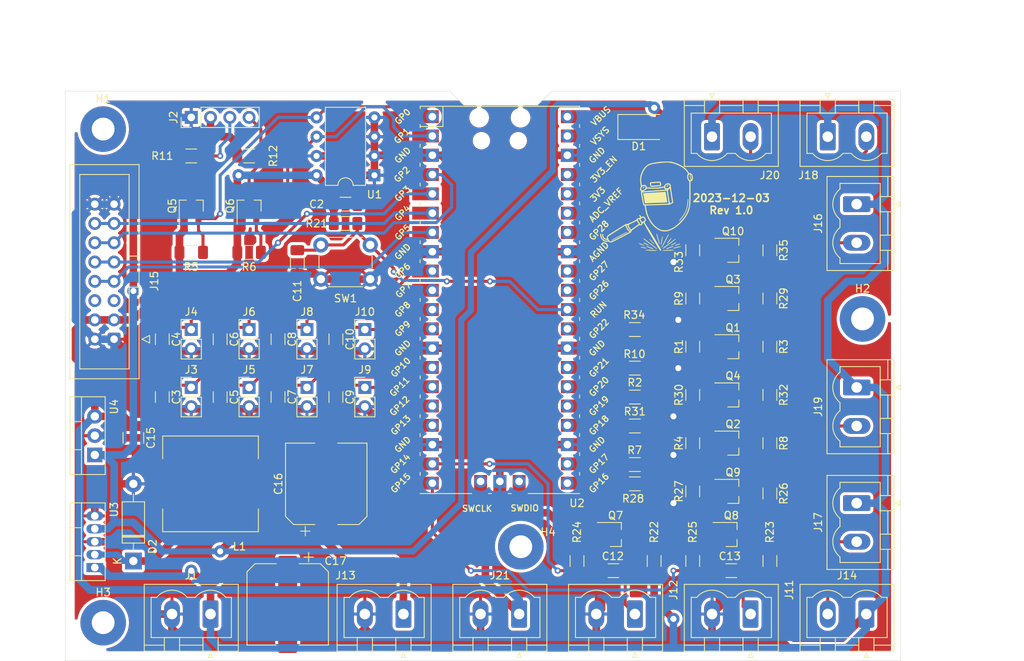
<source format=kicad_pcb>
(kicad_pcb (version 20221018) (generator pcbnew)
  (layers (0 "F.Cu" signal) (31 "B.Cu" signal) (34 "B.Paste" user) (35 "F.Paste" user) (36 "B.SilkS" user "B.Silkscreen") (37 "F.SilkS" user "F.Silkscreen") (38 "B.Mask" user) (39 "F.Mask" user) (44 "Edge.Cuts" user))
  (net 0 "")
  (net 1 "+12V")
  (net 2 "GND")
  (net 3 "+3V3")
  (net 4 "/SW4")
  (net 5 "/SW0")
  (net 6 "/SW5")
  (net 7 "/SW1")
  (net 8 "/SW6")
  (net 9 "/SW2")
  (net 10 "/SW7")
  (net 11 "/SW3")
  (net 12 "/~{RESET}")
  (net 13 "Net-(J11-Pin_1)")
  (net 14 "Net-(J12-Pin_1)")
  (net 15 "+5V")
  (net 16 "Net-(D1-K)")
  (net 17 "/I2C_LCD_SDA")
  (net 18 "/I2C_LCD_SCL")
  (net 21 "/SPI_PICO_~{CS}")
  (net 22 "/SPI_PICO_TX")
  (net 23 "/SPI_PICO_CLK")
  (net 24 "/SPI_PICO_RX")
  (net 25 "Net-(J16-Pin_2)")
  (net 26 "Net-(J17-Pin_2)")
  (net 27 "Net-(J19-Pin_2)")
  (net 28 "Net-(J20-Pin_2)")
  (net 29 "Net-(Q4-G)")
  (net 30 "Net-(Q4-D)")
  (net 31 "/I2C_PICO_SDA")
  (net 32 "/I2C_PICO_SCL")
  (net 33 "/LIMIT0")
  (net 34 "/LIMIT1")
  (net 35 "Net-(Q9-G)")
  (net 36 "Net-(Q9-D)")
  (net 37 "Net-(Q10-G)")
  (net 38 "Net-(Q10-D)")
  (net 39 "/Y_PUL")
  (net 40 "/X_DIR")
  (net 41 "/Y_DIR")
  (net 42 "/X_PUL")
  (net 43 "/X_ENA")
  (net 44 "/Y_ENA")
  (net 55 "Net-(D2-K)")
  (net 56 "Net-(Q3-G)")
  (net 57 "Net-(Q3-D)")
  (net 58 "Net-(Q2-G)")
  (net 59 "Net-(Q2-D)")
  (net 60 "Net-(Q1-G)")
  (net 61 "Net-(Q1-D)")
  (net 62 "Net-(J18-Pin_2)")
  (net 63 "Net-(J14-Pin_2)")
  (footprint "Connector_Phoenix_MSTB:PhoenixContact_MSTBVA_2,5_2-G-5,08_1x02_P5.08mm_Vertical" (layer "F.Cu") (at 144.78 126.365 180)
    (fp_text reference "J21")
    (fp_text value "Conn_01x02_Male")
  )
  (footprint "Capacitor_SMD:C_1206_3216Metric_Pad1.33x1.80mm_HandSolder" (layer "F.Cu") (at 113.03 90.17 -90)
    (fp_text reference "C8")
    (fp_text value "100n")
  )
  (footprint "Resistor_SMD:R_1206_3216Metric_Pad1.30x1.75mm_HandSolder" (layer "F.Cu") (at 167.64 110.21 90)
    (fp_text reference "R27")
    (fp_text value "10k")
  )
  (footprint "Resistor_SMD:R_1206_3216Metric_Pad1.30x1.75mm_HandSolder" (layer "F.Cu") (at 167.64 91.16 90)
    (fp_text reference "R1")
    (fp_text value "10k")
  )
  (footprint "Button_Switch_THT:SW_PUSH_6mm_H5mm" (layer "F.Cu") (at 118.67 77.76)
    (fp_text reference "SW1")
    (fp_text value "SW_Push")
  )
  (footprint "Capacitor_SMD:C_1206_3216Metric_Pad1.33x1.80mm_HandSolder" (layer "F.Cu") (at 97.79 97.79 -90)
    (fp_text reference "C3")
    (fp_text value "100n")
  )
  (footprint "Capacitor_SMD:CP_Elec_10x10.5" (layer "F.Cu") (at 114.3 125.095 -90)
    (fp_text reference "C17")
    (fp_text value "470u 25V")
  )
  (footprint "Resistor_SMD:R_1206_3216Metric_Pad1.30x1.75mm_HandSolder" (layer "F.Cu") (at 152.4 119.38 -90)
    (fp_text reference "R24")
    (fp_text value "3.3k")
  )
  (footprint "MountingHole:MountingHole_3mm_Pad" (layer "F.Cu") (at 145 117.5)
    (fp_text reference "H4")
    (fp_text value "MountingHole")
  )
  (footprint "Resistor_SMD:R_1206_3216Metric_Pad1.30x1.75mm_HandSolder" (layer "F.Cu") (at 167.64 84.81 90)
    (fp_text reference "R9")
    (fp_text value "10k")
  )
  (footprint "Package_TO_SOT_SMD:SOT-23_Handsoldering" (layer "F.Cu") (at 172.72 115.89)
    (fp_text reference "Q8")
    (fp_text value "BSS138")
  )
  (footprint "Connector_Phoenix_MSTB:PhoenixContact_MSTBVA_2,5_2-G-5,08_1x02_P5.08mm_Vertical" (layer "F.Cu") (at 170.18 63.5)
    (fp_text reference "J20")
    (fp_text value "Conn_01x02_Male")
  )
  (footprint "Package_TO_SOT_SMD:SOT-23_Handsoldering" (layer "F.Cu") (at 172.95 84.81)
    (fp_text reference "Q3")
    (fp_text value "BSS138")
  )
  (footprint "Connector_Phoenix_MSTB:PhoenixContact_MSTBVA_2,5_2-G-5,08_1x02_P5.08mm_Vertical" (layer "F.Cu") (at 129.54 126.365 180)
    (fp_text reference "J13")
    (fp_text value "Conn_01x02_Male")
  )
  (footprint "Resistor_SMD:R_1206_3216Metric_Pad1.30x1.75mm_HandSolder" (layer "F.Cu") (at 109.22 66.04)
    (fp_text reference "R12")
    (fp_text value "4.7k")
  )
  (footprint "Capacitor_SMD:C_1206_3216Metric_Pad1.33x1.80mm_HandSolder" (layer "F.Cu") (at 172.72 120.65 180)
    (fp_text reference "C13")
    (fp_text value "100n")
  )
  (footprint "Connector_PinHeader_2.54mm:PinHeader_1x02_P2.54mm_Vertical" (layer "F.Cu") (at 101.6 88.9)
    (fp_text reference "J4")
    (fp_text value "Conn_01x02_Male")
  )
  (footprint "Package_TO_SOT_SMD:SOT-23_Handsoldering" (layer "F.Cu") (at 101.6 72.62 90)
    (fp_text reference "Q5")
    (fp_text value "BSS138")
  )
  (footprint "Capacitor_SMD:C_1206_3216Metric_Pad1.33x1.80mm_HandSolder" (layer "F.Cu") (at 97.79 90.17 -90)
    (fp_text reference "C4")
    (fp_text value "100n")
  )
  (footprint "Connector_Phoenix_MSTB:PhoenixContact_MSTBVA_2,5_2-G-5,08_1x02_P5.08mm_Vertical" (layer "F.Cu") (at 189.23 72.39 -90)
    (fp_text reference "J16")
    (fp_text value "Conn_01x02_Male")
  )
  (footprint "Package_TO_SOT_SMD:SOT-23_Handsoldering" (layer "F.Cu") (at 172.95 91.16)
    (fp_text reference "Q1")
    (fp_text value "BSS138")
  )
  (footprint "Package_TO_SOT_SMD:SOT-23_Handsoldering" (layer "F.Cu") (at 172.95 110.21)
    (fp_text reference "Q9")
    (fp_text value "BSS138")
  )
  (footprint "Capacitor_SMD:C_1206_3216Metric_Pad1.33x1.80mm_HandSolder" (layer "F.Cu") (at 120.65 97.79 -90)
    (fp_text reference "C9")
    (fp_text value "100n")
  )
  (footprint "Connector_IDC:IDC-Header_2x08_P2.54mm_Vertical" (layer "F.Cu") (at 91.44 90.17 180)
    (fp_text reference "J15")
    (fp_text value "Conn_02x08_Odd_Even")
  )
  (footprint "Capacitor_SMD:C_1206_3216Metric_Pad1.33x1.80mm_HandSolder" (layer "F.Cu") (at 113.03 97.79 -90)
    (fp_text reference "C7")
    (fp_text value "100n")
  )
  (footprint "Resistor_SMD:R_1206_3216Metric_Pad1.30x1.75mm_HandSolder" (layer "F.Cu") (at 177.8 91.16 -90)
    (fp_text reference "R3")
    (fp_text value "1k")
  )
  (footprint "Capacitor_SMD:C_1206_3216Metric_Pad1.33x1.80mm_HandSolder" (layer "F.Cu") (at 121.92 72.39)
    (fp_text reference "C2")
    (fp_text value "100n")
  )
  (footprint "Resistor_SMD:R_1206_3216Metric_Pad1.30x1.75mm_HandSolder" (layer "F.Cu") (at 167.64 103.86 90)
    (fp_text reference "R4")
    (fp_text value "10k")
  )
  (footprint "Connector_Phoenix_MSTB:PhoenixContact_MSTBVA_2,5_2-G-5,08_1x02_P5.08mm_Vertical" (layer "F.Cu") (at 175.26 126.365 180)
    (fp_text reference "J11")
    (fp_text value "Conn_01x02_Male")
  )
  (footprint "Package_TO_SOT_SMD:SOT-23_Handsoldering" (layer "F.Cu") (at 172.95 103.86)
    (fp_text reference "Q2")
    (fp_text value "BSS138")
  )
  (footprint "Resistor_SMD:R_1206_3216Metric_Pad1.30x1.75mm_HandSolder" (layer "F.Cu") (at 177.8 103.86 -90)
    (fp_text reference "R8")
    (fp_text value "1k")
  )
  (footprint "Resistor_SMD:R_1206_3216Metric_Pad1.30x1.75mm_HandSolder" (layer "F.Cu") (at 177.8 97.51 -90)
    (fp_text reference "R32")
    (fp_text value "1k")
  )
  (footprint "Package_TO_SOT_SMD:SOT-23_Handsoldering" (layer "F.Cu") (at 172.95 97.51)
    (fp_text reference "Q4")
    (fp_text value "BSS138")
  )
  (footprint "Connector_Phoenix_MSTB:PhoenixContact_MSTBVA_2,5_2-G-5,08_1x02_P5.08mm_Vertical" (layer "F.Cu") (at 190.5 126.365 180)
    (fp_text reference "J14")
    (fp_text value "Conn_01x02_Male")
  )
  (footprint "Resistor_SMD:R_1206_3216Metric_Pad1.30x1.75mm_HandSolder" (layer "F.Cu") (at 160.02 109.22 180)
    (fp_text reference "R28")
    (fp_text value "1k")
  )
  (footprint "MountingHole:MountingHole_3mm_Pad" (layer "F.Cu") (at 90 127.5)
    (fp_text reference "H3")
    (fp_text value "MountingHole")
  )
  (footprint "Capacitor_SMD:C_1206_3216Metric_Pad1.33x1.80mm_HandSolder" (layer "F.Cu") (at 105.41 90.17 -90)
    (fp_text reference "C6")
    (fp_text value "100n")
  )
  (footprint "Diode_THT:D_DO-41_SOD81_P10.16mm_Horizontal" (layer "F.Cu") (at 93.98 119.38 90)
    (fp_text reference "D2")
    (fp_text value "1N5819")
  )
  (footprint "MountingHole:MountingHole_3mm_Pad" (layer "F.Cu") (at 90 62.5)
    (fp_text reference "H1")
    (fp_text value "MountingHole")
  )
  (footprint "Connector_Phoenix_MSTB:PhoenixContact_MSTBVA_2,5_2-G-5,08_1x02_P5.08mm_Vertical" (layer "F.Cu") (at 185.42 63.5)
    (fp_text reference "J18")
    (fp_text value "Conn_01x02_Male")
  )
  (footprint "Connector_PinHeader_2.54mm:PinHeader_1x02_P2.54mm_Vertical" (layer "F.Cu") (at 109.22 96.52)
    (fp_text reference "J5")
    (fp_text value "Conn_01x02_Male")
  )
  (footprint "Resistor_SMD:R_1206_3216Metric_Pad1.30x1.75mm_HandSolder" (layer "F.Cu") (at 167.64 119.38 -90)
    (fp_text reference "R25")
    (fp_text value "3.3k")
  )
  (footprint "Resistor_SMD:R_1206_3216Metric_Pad1.30x1.75mm_HandSolder" (layer "F.Cu") (at 177.8 110.49 -90)
    (fp_text reference "R26")
    (fp_text value "1k")
  )
  (footprint "Resistor_SMD:R_1206_3216Metric_Pad1.30x1.75mm_HandSolder" (layer "F.Cu") (at 160.02 88.9 180)
    (fp_text reference "R34")
    (fp_text value "1k")
  )
  (footprint "MCU_RaspberryPi_and_Boards:RPi_Pico_SMD_TH" (layer "F.Cu") (at 142.24 85)
    (fp_text reference "U2")
    (fp_text value "Pico")
  )
  (footprint "Resistor_SMD:R_1206_3216Metric_Pad1.30x1.75mm_HandSolder" (layer "F.Cu") (at 160.02 101.6 180)
    (fp_text reference "R31")
    (fp_text value "1k")
  )
  (footprint "Connector_PinHeader_2.54mm:PinHeader_1x02_P2.54mm_Vertical" (layer "F.Cu") (at 124.46 96.52)
    (fp_text reference "J9")
    (fp_text value "Conn_01x02_Male")
  )
  (footprint "Package_TO_SOT_SMD:SOT-23_Handsoldering" (layer "F.Cu") (at 157.48 115.89)
    (fp_text reference "Q7")
    (fp_text value "BSS138")
  )
  (footprint "Capacitor_SMD:C_1206_3216Metric_Pad1.33x1.80mm_HandSolder" (layer "F.Cu") (at 115.57 80.01 -90)
    (fp_text reference "C11")
    (fp_text value "100n")
  )
  (footprint "Capacitor_SMD:C_1206_3216Metric_Pad1.33x1.80mm_HandSolder" (layer "F.Cu") (at 157.1875 120.65 180)
    (fp_text reference "C12")
    (fp_text value "100n")
  )
  (footprint "Capacitor_SMD:C_1210_3225Metric_Pad1.33x2.70mm_HandSolder" (layer "F.Cu") (at 93.98 103.1625 -90)
    (fp_text reference "C15")
    (fp_text value "10u 16V")
  )
  (footprint "Capacitor_SMD:C_1206_3216Metric_Pad1.33x1.80mm_HandSolder" (layer "F.Cu") (at 120.65 90.17 -90)
    (fp_text reference "C10")
    (fp_text value "100n")
  )
  (footprint "Resistor_SMD:R_1206_3216Metric_Pad1.30x1.75mm_HandSolder" (layer "F.Cu") (at 101.6 78.74)
    (fp_text reference "R5")
    (fp_text value "3.3k")
  )
  (footprint "Connector_PinHeader_2.54mm:PinHeader_1x02_P2.54mm_Vertical" (layer "F.Cu") (at 116.84 88.9)
    (fp_text reference "J8")
    (fp_text value "Conn_01x02_Male")
  )
  (footprint "Resistor_SMD:R_1206_3216Metric_Pad1.30x1.75mm_HandSolder" (layer "F.Cu") (at 167.64 78.46 90)
    (fp_text reference "R33")
    (fp_text value "10k")
  )
  (footprint "Resistor_SMD:R_1206_3216Metric_Pad1.30x1.75mm_HandSolder" (layer "F.Cu") (at 121.92 74.93)
    (fp_text reference "R21")
    (fp_text value "10k")
  )
  (footprint "Resistor_SMD:R_1206_3216Metric_Pad1.30x1.75mm_HandSolder" (layer "F.Cu") (at 160.02 106.68 180)
    (fp_text reference "R7")
    (fp_text value "1k")
  )
  (footprint "Connector_Phoenix_MSTB:PhoenixContact_MSTBVA_2,5_2-G-5,08_1x02_P5.08mm_Vertical" (layer "F.Cu") (at 160.02 126.365 180)
    (fp_text reference "J12")
    (fp_text value "Conn_01x02_Male")
  )
  (footprint "Resistor_SMD:R_1206_3216Metric_Pad1.30x1.75mm_HandSolder" (layer "F.Cu") (at 160.02 97.79 180)
    (fp_text reference "R2")
    (fp_text value "1k")
  )
  (footprint "Connector_PinHeader_2.54mm:PinHeader_1x02_P2.54mm_Vertical" (layer "F.Cu") (at 124.46 88.9)
    (fp_text reference "J10")
    (fp_text value "Conn_01x02_Male")
  )
  (footprint "Connector_PinHeader_2.54mm:PinHeader_1x04_P2.54mm_Vertical" (layer "F.Cu") (at 101.6 60.96 90)
    (fp_text reference "J2")
    (fp_text value "LCD I2C")
  )
  (footprint "Capacitor_SMD:CP_Elec_10x10.5" (layer "F.Cu") (at 119.38 109.22 90)
    (fp_text reference "C16")
    (fp_text value "470u 16V")
  )
  (footprint "Resistor_SMD:R_1206_3216Metric_Pad1.30x1.75mm_HandSolder" (layer "F.Cu") (at 162.56 119.38 90)
    (fp_text reference "R22")
    (fp_text value "10k")
  )
  (footprint "Resistor_SMD:R_1206_3216Metric_Pad1.30x1.75mm_HandSolder" (layer "F.Cu") (at 177.8 78.46 -90)
    (fp_text reference "R35")
    (fp_text value "1k")
  )
  (footprint "Package_TO_SOT_SMD:SOT-23_Handsoldering" (layer "F.Cu") (at 109.22 72.62 90)
    (fp_text reference "Q6")
    (fp_text value "BSS138")
  )
  (footprint "Package_TO_SOT_SMD:SOT-23_Handsoldering" (layer "F.Cu") (at 172.95 78.46)
    (fp_text reference "Q10")
    (fp_text value "BSS138")
  )
  (footprint "Package_TO_SOT_THT:TO-220-3_Vertical" (layer "F.Cu") (at 88.9 105.41 90)
    (fp_text reference "U4")
    (fp_text value "LM3940")
  )
  (footprint "Connector_Phoenix_MSTB:PhoenixContact_MSTBVA_2,5_2-G-5,08_1x02_P5.08mm_Vertical" (layer "F.Cu") (at 189.23 96.52 -90)
    (fp_text reference "J19")
    (fp_text value "Conn_01x02_Male")
  )
  (footprint "Connector_PinHeader_2.54mm:PinHeader_1x02_P2.54mm_Vertical" (layer "F.Cu") (at 116.84 96.52)
    (fp_text reference "J7")
    (fp_text value "Conn_01x02_Male")
  )
  (footprint "Resistor_SMD:R_1206_3216Metric_Pad1.30x1.75mm_HandSolder" (layer "F.Cu") (at 177.8 84.81 -90)
    (fp_text reference "R29")
    (fp_text value "1k")
  )
  (footprint "Connector_Phoenix_MSTB:PhoenixContact_MSTBVA_2,5_2-G-5,08_1x02_P5.08mm_Vertical" (layer "F.Cu") (at 189.23 111.76 -90)
    (fp_text reference "J17")
    (fp_text value "Conn_01x02_Male")
  )
  (footprint "Resistor_SMD:R_1206_3216Metric_Pad1.30x1.75mm_HandSolder" (layer "F.Cu") (at 167.64 97.51 90)
    (fp_text reference "R30")
    (fp_text value "10k")
  )
  (footprint "Connector_PinHeader_2.54mm:PinHeader_1x02_P2.54mm_Vertical" (layer "F.Cu") (at 109.22 88.9)
    (fp_text reference "J6")
    (fp_text value "Conn_01x02_Male")
  )
  (footprint "Connector_Phoenix_MSTB:PhoenixContact_MSTBVA_2,5_2-G-5,08_1x02_P5.08mm_Vertical" (layer "F.Cu") (at 104.14 126.365 180)
    (fp_text reference "J1")
    (fp_text value "Conn_01x02_Male")
  )
  (footprint "Inductor_SMD:L_12x12mm_H8mm" (layer "F.Cu") (at 104.14 109.22)
    (fp_text reference "L1")
    (fp_text value "330uH 1.5A")
  )
  (footprint "Diode_SMD:D_SMA" (layer "F.Cu") (at 161.29 62.23)
    (fp_text reference "D1")
    (fp_text value "MBR1020VL")
  )
  (footprint "Resistor_SMD:R_1206_3216Metric_Pad1.30x1.75mm_HandSolder" (layer "F.Cu") (at 177.8 119.38 90)
    (fp_text reference "R23")
    (fp_text value "10k")
  )
  (footprint "Resistor_SMD:R_1206_3216Metric_Pad1.30x1.75mm_HandSolder" (layer "F.Cu") (at 160.02 93.98 180)
    (fp_text reference "R10")
    (fp_text value "1k")
  )
  (footprint "Capacitor_SMD:C_1206_3216Metric_Pad1.33x1.80mm_HandSolder" (layer "F.Cu") (at 105.41 97.79 -90)
    (fp_text reference "C5")
    (fp_text value "100n")
  )
  (footprint "cross-table:welder_footprint" (layer "F.Cu") (at 161.681841 72.710611)
    (fp_text reference "G***" hide)
    (fp_text value "LOGO" hide)
  )
  (footprint "Resistor_SMD:R_1206_3216Metric_Pad1.30x1.75mm_HandSolder" (layer "F.Cu") (at 101.6 66.04)
    (fp_text reference "R11")
    (fp_text value "4.7k")
  )
  (footprint "Connector_PinHeader_2.54mm:PinHeader_1x02_P2.54mm_Vertical" (layer "F.Cu") (at 101.6 96.52)
    (fp_text reference "J3")
    (fp_text value "Conn_01x02_Male")
  )
  (footprint "Package_TO_SOT_THT:TO-220-5_Vertical" (layer "F.Cu") (at 88.9 120.24 90)
    (fp_text reference "U3")
    (fp_text value "LM2575-5.0BT")
  )
  (footprint "Package_DIP:DIP-8_W7.62mm" (layer "F.Cu") (at 125.72 68.58 180)
    (fp_text reference "U1")
    (fp_text value "24LC1025")
  )
  (footprint "Resistor_SMD:R_1206_3216Metric_Pad1.30x1.75mm_HandSolder" (layer "F.Cu") (at 109.22 78.74)
    (fp_text reference "R6")
    (fp_text value "3.3k")
  )
  (footprint "MountingHole:MountingHole_3mm_Pad" (layer "F.Cu") (at 190 87.5)
    (fp_text reference "H2")
    (fp_text value "MountingHole")
  )
  (gr_line (start 85 57.5) (end 135.625 57.5) (stroke (width 0.05)) (layer "Edge.Cuts"))
  (gr_line (start 195 132.5) (end 85 132.5) (stroke (width 0.05)) (layer "Edge.Cuts"))
  (gr_line (start 149.0625 57.5) (end 195 57.5) (stroke (width 0.05)) (layer "Edge.Cuts"))
  (gr_line (start 85 132.5) (end 85 57.5) (stroke (width 0.05)) (layer "Edge.Cuts"))
  (gr_line (start 195 57.5) (end 195 132.5) (stroke (width 0.05)) (layer "Edge.Cuts"))
  (gr_line (start 137.5 59.375) (end 147.1875 59.375) (stroke (width 0.05)) (layer "Edge.Cuts"))
  (gr_line (start 149.0625 57.5) (end 147.1875 59.375) (stroke (width 0.05)) (layer "Edge.Cuts"))
  (gr_line (start 135.625 57.5) (end 137.5 59.375) (stroke (width 0.05)) (layer "Edge.Cuts"))
  (gr_text "2023-12-03\nRev 1.0" (at 172.72 72.39) (layer "F.SilkS") (effects (font (size 1 1) (thickness 0.2) bold)))
  (segment (start 162.56 120.93) (end 162.56 124.46) (width 1) (layer "F.Cu") (net 1))
  (segment (start 190.5 126.365) (end 187.325 129.54) (width 1) (layer "F.Cu") (net 1))
  (segment (start 114.3 120.895) (end 105.98 120.895) (width 1) (layer "F.Cu") (net 1))
  (segment (start 104.14 122.735) (end 104.14 123.19) (width 1) (layer "F.Cu") (net 1))
  (segment (start 105.98 120.895) (end 104.14 122.735) (width 1) (layer "F.Cu") (net 1))
  (segment (start 104.14 123.19) (end 101.6 120.65) (width 1) (layer "F.Cu") (net 1))
  (segment (start 162.56 124.46) (end 165.1 127) (width 1) (layer "F.Cu") (net 1))
  (segment (start 180.975 129.54) (end 177.8 126.365) (width 1) (layer "F.Cu") (net 1))
  (segment (start 177.8 126.365) (end 177.8 120.93) (width 1) (layer "F.Cu") (net 1))
  (segment (start 104.14 126.365) (end 104.14 123.19) (width 1) (layer "F.Cu") (net 1))
  (segment (start 187.325 129.54) (end 180.975 129.54) (width 1) (layer "F.Cu") (net 1))
  (via (at 101.6 120.65) (size 1.6) (drill 0.8) (layers "F.Cu" "B.Cu") (net 1))
  (via (at 165.1 127) (size 1.6) (drill 0.8) (layers "F.Cu" "B.Cu") (net 1))
  (segment (start 165.1 130.81) (end 105.41 130.81) (width 1) (layer "B.Cu") (net 1))
  (segment (start 105.41 130.81) (end 104.14 129.54) (width 1) (layer "B.Cu") (net 1))
  (segment (start 193.04 110.49) (end 193.04 97.79) (width 1) (layer "B.Cu") (net 1))
  (segment (start 191.77 96.52) (end 189.23 96.52) (width 1) (layer "B.Cu") (net 1))
  (segment (start 191.77 111.76) (end 193.04 110.49) (width 1) (layer "B.Cu") (net 1))
  (segment (start 190.5 128.27) (end 187.96 130.81) (width 1) (layer "B.Cu") (net 1))
  (segment (start 189.23 111.76) (end 191.77 111.76) (width 1) (layer "B.Cu") (net 1))
  (segment (start 193.04 113.03) (end 191.77 111.76) (width 1) (layer "B.Cu") (net 1))
  (segment (start 190.5 126.365) (end 190.5 128.27) (width 1) (layer "B.Cu") (net 1))
  (segment (start 165.1 127) (end 165.1 130.81) (width 1) (layer "B.Cu") (net 1))
  (segment (start 184.15 59.69) (end 171.45 59.69) (width 1) (layer "B.Cu") (net 1))
  (segment (start 185.42 60.96) (end 185.42 63.5) (width 1) (layer "B.Cu") (net 1))
  (segment (start 191.77 59.69) (end 186.69 59.69) (width 1) (layer "B.Cu") (net 1))
  (segment (start 191.77 72.39) (end 193.04 71.12) (width 1) (layer "B.Cu") (net 1))
  (segment (start 88.9 120.24) (end 89.665 120.24) (width 1) (layer "B.Cu") (net 1))
  (segment (start 187.96 82.55) (end 190.5 82.55) (width 1) (layer "B.Cu") (net 1))
  (segment (start 187.96 130.81) (end 165.1 130.81) (width 1) (layer "B.Cu") (net 1))
  (segment (start 193.04 73.66) (end 191.77 72.39) (width 1) (layer "B.Cu") (net 1))
  (segment (start 190.5 126.365) (end 193.04 123.825) (width 1) (layer "B.Cu") (net 1))
  (segment (start 189.23 96.52) (end 185.42 92.71) (width 1) (layer "B.Cu") (net 1))
  (segment (start 185.42 85.09) (end 187.96 82.55) (width 1) (layer "B.Cu") (net 1))
  (segment (start 89.665 120.24) (end 90.805 121.38) (width 1) (layer "B.Cu") (net 1))
  (segment (start 190.5 82.55) (end 193.04 80.01) (width 1) (layer "B.Cu") (net 1))
  (segment (start 170.18 60.96) (end 170.18 63.5) (width 1) (layer "B.Cu") (net 1))
  (segment (start 193.04 97.79) (end 191.77 96.52) (width 1) (layer "B.Cu") (net 1))
  (segment (start 104.14 129.54) (end 104.14 126.365) (width 1) (layer "B.Cu") (net 1))
  (segment (start 171.45 59.69) (end 170.18 60.96) (width 1) (layer "B.Cu") (net 1))
  (segment (start 193.04 60.96) (end 191.77 59.69) (width 1) (layer "B.Cu") (net 1))
  (segment (start 186.69 59.69) (end 185.42 60.96) (width 1) (layer "B.Cu") (net 1))
  (segment (start 185.42 60.96) (end 184.15 59.69) (width 1) (layer "B.Cu") (net 1))
  (segment (start 100.965 121.38) (end 90.805 121.38) (width 1) (layer "B.Cu") (net 1))
  (segment (start 185.42 92.71) (end 185.42 85.09) (width 1) (layer "B.Cu") (net 1))
  (segment (start 101.6 120.65) (end 100.965 121.38) (width 1) (layer "B.Cu") (net 1))
  (segment (start 193.04 71.12) (end 193.04 60.96) (width 1) (layer "B.Cu") (net 1))
  (segment (start 193.04 123.825) (end 193.04 113.03) (width 1) (layer "B.Cu") (net 1))
  (segment (start 193.04 80.01) (end 193.04 73.66) (width 1) (layer "B.Cu") (net 1))
  (segment (start 191.77 72.39) (end 189.23 72.39) (width 1) (layer "B.Cu") (net 1))
  (segment (start 142.15 104.05) (end 142.24 104.14) (width 1) (layer "F.Cu") (net 2))
  (segment (start 90.775 102.87) (end 88.9 102.87) (width 1) (layer "F.Cu") (net 2))
  (segment (start 91.44 121.92) (end 91.44 117.475) (width 1) (layer "F.Cu") (net 2))
  (segment (start 115.57 81.5725) (end 117.9825 81.5725) (width 1) (layer "F.Cu") (net 2))
  (segment (start 105.41 99.3525) (end 108.9275 99.3525) (width 1) (layer "F.Cu") (net 2))
  (segment (start 137.16 76.2) (end 142.24 76.2) (width 1) (layer "F.Cu") (net 2))
  (segment (start 168.24 92.11) (end 167.64 92.71) (width 1) (layer "F.Cu") (net 2))
  (segment (start 168.24 85.76) (end 167.64 86.36) (width 1) (layer "F.Cu") (net 2))
  (segment (start 125.81 65.95) (end 125.72 66.04) (width 1) (layer "F.Cu") (net 2))
  (segment (start 101.8925 99.3525) (end 101.6 99.06) (width 1) (layer "F.Cu") (net 2))
  (segment (start 142.24 76.2) (end 142.24 67.31) (width 1) (layer "F.Cu") (net 2))
  (segment (start 93.0025 91.7325) (end 91.44 90.17) (width 1) (layer "F.Cu") (net 2))
  (segment (start 139.7 129.54) (end 140.97 130.81) (width 1) (layer "F.Cu") (net 2))
  (segment (start 171.45 111.16) (end 168.24 111.16) (width 1) (layer "F.Cu") (net 2))
  (segment (start 119.965 66.04) (end 123.4825 69.5575) (width 1) (layer "F.Cu") (net 2))
  (segment (start 168.24 111.16) (end 167.64 111.76) (width 1) (layer "F.Cu") (net 2))
  (segment (start 115.18 105.02) (end 119.38 105.02) (width 1) (layer "F.Cu") (net 2))
  (segment (start 120.65 91.7325) (end 124.1675 91.7325) (width 1) (layer "F.Cu") (net 2))
  (segment (start 109.22 99.06) (end 109.22 102.87) (width 1) (layer "F.Cu") (net 2))
  (segment (start 105.41 99.3525) (end 101.8925 99.3525) (width 1) (layer "F.Cu") (net 2))
  (segment (start 105.41 91.7325) (end 108.9275 91.7325) (width 1) (layer "F.Cu") (net 2))
  (segment (start 125.72 66.04) (end 125.72 63.5) (width 1) (layer "F.Cu") (net 2))
  (segment (start 118.1 66.04) (end 119.965 66.04) (width 1) (layer "F.Cu") (net 2))
  (segment (start 124.46 99.06) (end 129.45 104.05) (width 1) (layer "F.Cu") (net 2))
  (segment (start 108.9275 99.3525) (end 109.22 99.06) (width 1) (layer "F.Cu") (net 2))
  (segment (start 105.41 91.7325) (end 101.8925 91.7325) (width 1) (layer "F.Cu") (net 2))
  (segment (start 142.33 91.35) (end 142.24 91.44) (width 1) (layer "F.Cu") (net 2))
  (segment (start 167.64 86.36) (end 166.37 86.36) (width 1) (layer "F.Cu") (net 2))
  (segment (start 166.37 86.36) (end 165.735 86.995) (width 1) (layer "F.Cu") (net 2))
  (segment (start 168.91 130.81) (end 170.18 129.54) (width 1) (layer "F.Cu") (net 2))
  (segment (start 171.45 79.41) (end 169.545 79.41) (width 1) (layer "F.Cu") (net 2))
  (segment (start 92.63 104.725) (end 90.775 102.87) (width 1) (layer "F.Cu") (net 2))
  (segment (start 101.3075 99.3525) (end 101.6 99.06) (width 1) (layer "F.Cu") (net 2))
  (segment (start 101.6 130.81) (end 107.95 130.81) (width 1) (layer "F.Cu") (net 2))
  (segment (start 169.545 85.76) (end 168.24 85.76) (width 1) (layer "F.Cu") (net 2))
  (segment (start 166.37 99.06) (end 165.1 100.33) (width 1) (layer "F.Cu") (net 2))
  (segment (start 133.35 104.05) (end 142.15 104.05) (width 1) (layer "F.Cu") (net 2))
  (segment (start 155.625 120.65) (end 155.625 125.68) (width 1) (layer "F.Cu") (net 2))
  (segment (start 109.5125 91.7325) (end 109.22 91.44) (width 1) (layer "F.Cu") (net 2))
  (segment (start 167.64 105.41) (end 165.1 105.41) (width 1) (layer "F.Cu") (net 2))
  (segment (start 109.22 102.87) (end 97.79 102.87) (width 1) (layer "F.Cu") (net 2))
  (segment (start 97.79 99.3525) (end 101.3075 99.3525) (width 1) (layer "F.Cu") (net 2))
  (segment (start 99.06 126.365) (end 95.885 126.365) (width 1) (layer "F.Cu") (net 2))
  (segment (start 167.64 80.01) (end 165.1 80.01) (width 1) (layer "F.Cu") (net 2))
  (segment (start 125.72 60.96) (end 125.72 63.5) (width 1) (layer "F.Cu") (net 2))
  (segment (start 171.1575 125.3875) (end 170.18 126.365) (width 1) (layer "F.Cu") (net 2))
  (segment (start 124.46 126.365) (end 124.46 128.27) (width 1) (layer "F.Cu") (net 2))
  (segment (start 143.6 65.95) (end 151.13 65.95) (width 1) (layer "F.Cu") (net 2))
  (segment (start 123.4825 72.39) (end 123.4825 69.5575) (width 1) (layer "F.Cu") (net 2))
  (segment (start 99.06 126.365) (end 99.06 128.27) (width 1) (layer "F.Cu") (net 2))
  (segment (start 137.16 68.58) (end 137.16 76.2) (width 1) (layer "F.Cu") (net 2))
  (segment (start 156.21 130.81) (end 168.91 130.81) (width 1) (layer "F.Cu") (net 2))
  (segment (start 99.06 128.27) (end 101.6 130.81) (width 1) (layer "F.Cu") (net 2))
  (segment (start 97.79 102.87) (end 95.935 104.725) (width 1) (layer "F.Cu") (net 2))
  (segment (start 167.64 99.06) (end 166.37 99.06) (width 1) (layer "F.Cu") (net 2))
  (segment (start 171.45 104.81) (end 168.24 104.81) (width 1) (layer "F.Cu") (net 2))
  (segment (start 154.94 129.54) (end 154.94 126.365) (width 1) (layer "F.Cu") (net 2))
  (segment (start 88.9 110.49) (end 90.17 109.22) (width 1) (layer "F.Cu") (net 2))
  (segment (start 88.9 113.44) (end 88.9 110.49) (width 1) (layer "F.Cu") (net 2))
  (segment (start 151.13 78.65) (end 142.33 78.65) (width 1) (layer "F.Cu") (net 2))
  (segment (start 117.1325 99.3525) (end 116.84 99.06) (width 1) (layer "F.Cu") (net 2))
  (segment (start 142.33 104.05) (end 142.24 104.14) (width 1) (layer "F.Cu") (net 2))
  (segment (start 113.03 102.87) (end 115.18 105.02) (width 1) (layer "F.Cu") (net 2))
  (segment (start 171.45 85.76) (end 169.545 85.76) (width 1) (layer "F.Cu") (net 2))
  (segment (start 95.935 104.725) (end 93.98 104.725) (width 1) (layer "F.Cu") (net 2))
  (segment (start 107.95 130.81) (end 109.465 129.295) (width 1) (layer "F.Cu") (net 2))
  (segment (start 151.13 91.35) (end 142.33 91.35) (width 1) (layer "F.Cu") (net 2))
  (segment (start 133.35 65.95) (end 125.81 65.95) (width 1) (layer "F.Cu") (net 2))
  (segment (start 124.46 68.58) (end 125.72 68.58) (width 1) (layer "F.Cu") (net 2))
  (segment (start 113.03 99.3525) (end 116.5475 99.3525) (width 1) (layer "F.Cu") (net 2))
  (segment (start 97.79 91.7325) (end 101.3075 91.7325) (width 1) (layer "F.Cu") (net 2))
  (segment (start 129.45 104.05) (end 133.35 104.05) (width 1) (layer "F.Cu") (net 2))
  (segment (start 139.7 129.54) (end 139.7 126.365) (width 1) (layer "F.Cu") (net 2))
  (segment (start 97.79 91.7325) (end 93.0025 91.7325) (width 1) (layer "F.Cu") (net 2))
  (segment (start 155.625 125.68) (end 154.94 126.365) (width 1) (layer "F.Cu") (net 2))
  (segment (start 101.3075 91.7325) (end 101.6 91.44) (width 1) (layer "F.Cu") (net 2))
  (segment (start 93.98 104.725) (end 92.63 104.725) (width 1) (layer "F.Cu") (net 2))
  (segment (start 109.22 102.87) (end 113.03 102.87) (width 1) (layer "F.Cu") (net 2))
  (segment (start 120.65 99.3525) (end 124.1675 99.3525) (width 1) (layer "F.Cu") (net 2))
  (segment (start 134.53 65.95) (end 137.16 68.58) (width 1) (layer "F.Cu") (net 2))
  (segment (start 142.24 104.14) (end 142.24 91.44) (width 1) (layer "F.Cu") (net 2))
  (segment (start 133.35 91.35) (end 142.33 91.35) (width 1) (layer "F.Cu") (net 2))
  (segment (start 142.33 78.65) (end 142.24 78.74) (width 1) (layer "F.Cu") (net 2))
  (segment (start 168.24 98.46) (end 167.64 99.06) (width 1) (layer "F.Cu") (net 2))
  (segment (start 171.45 98.46) (end 168.24 98.46) (width 1) (layer "F.Cu") (net 2))
  (segment (start 90.805 116.84) (end 88.9 116.84) (width 1) (layer "F.Cu") (net 2))
  (segment (start 125.72 68.58) (end 125.72 66.04) (width 1) (layer "F.Cu") (net 2))
  (segment (start 123.435 129.295) (end 114.3 129.295) (width 1) (layer "F.Cu") (net 2))
  (segment (start 171.1575 120.65) (end 171.1575 125.3875) (width 1) (layer "F.Cu") (net 2))
  (segment (start 165.735 86.995) (end 165.735 87.63) (width 1) (layer "F.Cu") (net 2))
  (segment (start 109.5125 99.3525) (end 109.22 99.06) (width 1) (layer "F.Cu") (net 2))
  (segment (start 101.8925 91.7325) (end 101.6 91.44) (width 1) (layer "F.Cu") (net 2))
  (segment (start 117.1325 91.7325) (end 116.84 91.44) (width 1) (layer "F.Cu") (net 2))
  (segment (start 138.43 130.81) (end 139.7 129.54) (width 1) (layer "F.Cu") (net 2))
  (segment (start 134.71 78.65) (end 133.35 78.65) (width 1) (layer "F.Cu") (net 2))
  (segment (start 167.64 92.71) (end 167.005 92.71) (width 1) (layer "F.Cu") (net 2))
  (segment (start 116.5475 99.3525) (end 116.84 99.06) (width 1) (layer "F.Cu") (net 2))
  (segment (start 168.24 79.41) (end 167.64 80.01) (width 1) (layer "F.Cu") (net 2))
  (segment (start 133.35 65.95) (end 134.53 65.95) (width 1) (layer "F.Cu") (net 2))
  (segment (start 95.885 126.365) (end 91.44 121.92) (width 1) (layer "F.Cu") (net 2))
  (segment (start 116.5475 91.7325) (end 116.84 91.44) (width 1) (layer "F.Cu") (net 2))
  (segment (start 151.13 104.05) (end 142.33 104.05) (width 1) (layer "F.Cu") (net 2))
  (segment (start 124.46 128.27) (end 127 130.81) (width 1) (layer "F.Cu") (net 2))
  (segment (start 166.37 93.345) (end 165.735 93.98) (width 1) (layer "F.Cu") (net 2))
  (segment (start 124.1675 91.7325) (end 124.46 91.44) (width 1) (layer "F.Cu") (net 2))
  (segment (start 120.65 99.3525) (end 117.1325 99.3525) (width 1) (layer "F.Cu") (net 2))
  (segment (start 154.94 129.54) (end 156.21 130.81) (width 1) (layer "F.Cu") (net 2))
  (segment (start 153.67 130.81) (end 154.94 129.54) (width 1) (layer "F.Cu") (net 2))
  (segment (start 120.65 91.7325) (end 117.1325 91.7325) (width 1) (layer "F.Cu") (net 2))
  (segment (start 137.16 76.2) (end 134.71 78.65) (width 1) (layer "F.Cu") (net 2))
  (segment (start 127 130.81) (end 138.43 130.81) (width 1) (layer "F.Cu") (net 2))
  (segment (start 113.03 91.7325) (end 109.5125 91.7325) (width 1) (layer "F.Cu") (net 2))
  (segment (start 113.03 99.3525) (end 109.5125 99.3525) (width 1) (layer "F.Cu") (net 2))
  (segment (start 124.46 128.27) (end 123.435 129.295) (width 1) (layer "F.Cu") (net 2))
  (segment (start 113.03 91.7325) (end 116.5475 91.7325) (width 1) (layer "F.Cu") (net 2))
  (segment (start 171.45 92.11) (end 168.24 92.11) (width 1) (layer "F.Cu") (net 2))
  (segment (start 169.545 79.41) (end 168.24 79.41) (width 1) (layer "F.Cu") (net 2))
  (segment (start 142.24 67.31) (end 143.6 65.95) (width 1) (layer "F.Cu") (net 2))
  (segment (start 165.1 111.76) (end 167.64 111.76) (width 1) (layer "F.Cu") (net 2))
  (segment (start 109.465 129.295) (end 114.3 129.295) (width 1) (layer "F.Cu") (net 2))
  (segment (start 142.24 91.44) (end 142.24 78.74) (width 1) (layer "F.Cu") (net 2))
  (segment (start 91.44 117.475) (end 90.805 116.84) (width 1) (layer "F.Cu") (net 2))
  (segment (start 125.17 82.26) (end 118.67 82.26) (width 1) (layer "F.Cu") (net 2))
  (segment (start 142.24 78.74) (end 142.24 76.2) (width 1) (layer "F.Cu") (net 2))
  (segment (start 140.97 130.81) (end 153.67 130.81) (width 1) (layer "F.Cu") (net 2))
  (segment (start 167.005 92.71) (end 166.37 93.345) (width 1) (layer "F.Cu") (net 2))
  (segment (start 123.4825 69.5575) (end 124.46 68.58) (width 1) (layer "F.Cu") (net 2))
  (segment (start 142.24 108.9) (end 142.24 104.14) (width 1) (layer "F.Cu") (net 2))
  (segment (start 108.9275 91.7325) (end 109.22 91.44) (width 1) (layer "F.Cu") (net 2))
  (segment (start 170.18 129.54) (end 170.18 126.365) (width 1) (layer "F.Cu") (net 2))
  (segment (start 124.1675 99.3525) (end 124.46 99.06) (width 1) (layer "F.Cu") (net 2))
  (segment (start 117.9825 81.5725) (end 118.67 82.26) (width 1) (layer "F.Cu") (net 2))
  (segment (start 168.24 104.81) (end 167.64 105.41) (width 1) (layer "F.Cu") (net 2))
  (segment (start 90.17 109.22) (end 93.98 109.22) (width 1) (layer "F.Cu") (net 2))
  (via (at 165.1 111.76) (size 1.6) (drill 0.8) (layers "F.Cu" "B.Cu") (net 2))
  (via (at 165.1 105.41) (size 1.6) (drill 0.8) (layers "F.Cu" "B.Cu") (net 2))
  (via (at 165.1 100.33) (size 1.6) (drill 0.8) (layers "F.Cu" "B.Cu") (net 2))
  (via (at 165.735 87.63) (size 1.6) (drill 0.8) (layers "F.Cu" "B.Cu") (net 2))
  (via (at 165.735 93.98) (size 1.6) (drill 0.8) (layers "F.Cu" "B.Cu") (net 2))
  (via (at 165.1 80.01) (size 1.6) (drill 0.8) (layers "F.Cu" "B.Cu") (net 2))
  (segment (start 101.6 60.96) (end 97.79 60.96) (width 1) (layer "B.Cu") (net 2))
  (segment (start 128.69 78.74) (end 130.81 78.74) (width 1) (layer "B.Cu") (net 2))
  (segment (start 165.735 86.995) (end 165.1 86.36) (width 1) (layer "B.Cu") (net 2))
  (segment (start 155.485 78.65) (end 151.13 78.65) (width 1) (layer "B.Cu") (net 2))
  (segment (start 165.735 93.98) (end 165.1 94.615) (width 1) (layer "B.Cu") (net 2))
  (segment (start 97.79 60.96) (end 91.44 67.31) (width 1) (layer "B.Cu") (net 2))
  (segment (start 165.1 88.9) (end 165.1 92.71) (width 1) (layer "B.Cu") (net 2))
  (segment (start 125.17 82.26) (end 128.69 78.74) (width 1) (layer "B.Cu") (net 2))
  (segment (start 91.44 72.39) (end 88.9 72.39) (width 1) (layer "B.Cu") (net 2))
  (segment (start 90.17 102.87) (end 91.44 101.6) (width 1) (layer "B.Cu") (net 2))
  (segment (start 165.1 80.01) (end 165.1 86.36) (width 1) (layer "B.Cu") (net 2))
  (segment (start 91.44 90.17) (end 88.9 90.17) (width 1) (layer "B.Cu") (net 2))
  (segment (start 165.735 93.98) (end 165.1 93.345) (width 1) (layer "B.Cu") (net 2))
  (segment (start 91.44 101.6) (end 91.44 90.17) (width 1) (layer "B.Cu") (net 2))
  (segment (start 88.9 102.87) (end 90.17 102.87) (width 1) (layer "B.Cu") (net 2))
  (segment (start 86.36 73.66) (end 87.63 72.39) (width 1) (layer "B.Cu") (net 2))
  (segment (start 165.735 88.265) (end 165.1 88.9) (width 1) (layer "B.Cu") (net 2))
  (segment (start 156.845 80.01) (end 155.485 78.65) (width 1) (layer "B.Cu") (net 2))
  (segment (start 130.81 78.74) (end 130.9 78.65) (width 1) (layer "B.Cu") (net 2))
  (segment (start 165.735 87.63) (end 165.735 86.995) (width 1) (layer "B.Cu") (net 2))
  (segment (start 165.1 95.25) (end 165.1 105.41) (width 1) (layer "B.Cu") (net 2))
  (segment (start 88.9 90.17) (end 86.36 87.63) (width 1) (layer "B.Cu") (net 2))
  (segment (start 91.44 67.31) (end 91.44 72.39) (width 1) (layer "B.Cu") (net 2))
  (segment (start 87.63 72.39) (end 88.9 72.39) (width 1) (layer "B.Cu") (net 2))
  (segment (start 165.735 87.63) (end 165.735 88.265) (width 1) (layer "B.Cu") (net 2))
  (segment (start 165.1 93.345) (end 165.1 92.71) (width 1) (layer "B.Cu") (net 2))
  (segment (start 165.1 105.41) (end 165.1 111.76) (width 1) (layer "B.Cu") (net 2))
  (segment (start 130.9 78.65) (end 133.35 78.65) (width 1) (layer "B.Cu") (net 2))
  (segment (start 86.36 87.63) (end 86.36 73.66) (width 1) (layer "B.Cu") (net 2))
  (segment (start 165.1 94.615) (end 165.1 95.25) (width 1) (layer "B.Cu") (net 2))
  (segment (start 165.1 80.01) (end 156.845 80.01) (width 1) (layer "B.Cu") (net 2))
  (segment (start 152.4 117.83) (end 152.4 116.84) (width 1) (layer "F.Cu") (net 3))
  (segment (start 86.36 92.71) (end 86.36 88.9) (width 1) (layer "F.Cu") (net 3))
  (segment (start 120.3575 72.39) (end 120.3575 70.8375) (width 1) (layer "F.Cu") (net 3))
  (segment (start 143.51 113.03) (end 148.59 113.03) (width 1) (layer "F.Cu") (net 3))
  (segment (start 120.3575 70.8375) (end 118.1 68.58) (width 1) (layer "F.Cu") (net 3))
  (segment (start 155.98 114.94) (end 156.33 114.59) (width 1) (layer "F.Cu") (net 3))
  (segment (start 88.9 100.33) (end 88.9 95.25) (width 1) (layer "F.Cu") (net 3))
  (segment (start 88.9 95.25) (end 86.36 92.71) (width 1) (layer "F.Cu") (net 3))
  (segment (start 106.4 81.56) (end 107.67 80.29) (width 1) (layer "F.Cu") (net 3))
  (segment (start 140.335 116.205) (end 143.51 113.03) (width 1) (layer "F.Cu") (net 3))
  (segment (start 100.05 76.48) (end 100.05 78.74) (width 1) (layer "F.Cu") (net 3))
  (segment (start 120.37 74.93) (end 120.37 72.4025) (width 1) (layer "F.Cu") (net 3))
  (segment (start 108.27 74.12) (end 108.27 75.6) (width 1) (layer "F.Cu") (net 3))
  (segment (start 171.22 114.94) (end 168.27 114.94) (width 1) (layer "F.Cu") (net 3))
  (segment (start 148.59 113.03) (end 152.4 116.84) (width 1) (layer "F.Cu") (net 3))
  (segment (start 107.67 80.29) (end 107.67 78.74) (width 1) (layer "F.Cu") (net 3))
  (segment (start 100.65 74.12) (end 100.65 75.88) (width 1) (layer "F.Cu") (net 3))
  (segment (start 168.27 114.94) (end 167.64 115.57) (width 1) (layer "F.Cu") (net 3))
  (segment (start 87.63 87.63) (end 88.9 87.63) (width 1) (layer "F.Cu") (net 3))
  (segment (start 107.67 68.7305) (end 107.67 76.2) (width 1) (layer "F.Cu") (net 3))
  (segment (start 154.3 114.94) (end 155.98 114.94) (width 1) (layer "F.Cu") (net 3))
  (segment (start 92.71 100.33) (end 93.98 101.6) (width 1) (layer "F.Cu") (net 3))
  (segment (start 86.36 88.9) (end 87.63 87.63) (width 1) (layer "F.Cu") (net 3))
  (segment (start 156.33 114.59) (end 166.66 114.59) (width 1) (layer "F.Cu") (net 3))
  (segment (start 100.65 75.88) (end 100.05 76.48) (width 1) (layer "F.Cu") (net 3))
  (segment (start 93.98 87.63) (end 91.44 87.63) (width 1) (layer "F.Cu") (net 3))
  (segment (start 166.66 114.59) (end 167.64 115.57) (width 1) (layer "F.Cu") (net 3))
  (segment (start 144.78 126.365) (end 140.335 121.92) (width 1) (layer "F.Cu") (net 3))
  (segment (start 107.8205 68.58) (end 107.67 68.7305) (width 1) (layer "F.Cu") (net 3))
  (segment (start 140.335 121.92) (end 140.335 116.205) (width 1) (layer "F.Cu") (net 3))
  (segment (start 88.9 87.63) (end 91.44 87.63) (width 1) (layer "F.Cu") (net 3))
  (segment (start 152.4 116.84) (end 154.3 114.94) (width 1) (layer "F.Cu") (net 3))
  (segment (start 120.37 72.4025) (end 120.3575 72.39) (width 1) (layer "F.Cu") (net 3))
  (segment (start 88.9 100.33) (end 92.71 100.33) (width 1) (layer "F.Cu") (net 3))
  (segment (start 107.67 76.2) (end 107.67 78.74) (width 1) (layer "F.Cu") (net 3))
  (segment (start 108.27 75.6) (end 107.67 76.2) (width 1) (layer "F.Cu") (net 3))
  (segment (start 100.05 81.56) (end 93.98 87.63) (width 1) (layer "F.Cu") (net 3))
  (segment (start 100.05 78.74) (end 100.05 81.56) (width 1) (layer "F.Cu") (net 3))
  (segment (start 167.64 115.57) (end 167.64 117.83) (width 1) (layer "F.Cu") (net 3))
  (segment (start 100.05 81.56) (end 106.4 81.56) (width 1) (layer "F.Cu") (net 3))
  (via (at 107.8205 68.58) (size 1.6) (drill 0.8) (layers "F.Cu" "B.Cu") (net 3))
  (segment (start 88.772669 100.33) (end 88.9 100.33) (width 1) (layer "B.Cu") (net 3))
  (segment (start 143.51 123.19) (end 88.265 123.19) (width 1) (layer "B.Cu") (net 3))
  (segment (start 86.9 121.825) (end 86.9 102.202669) (width 1) (layer "B.Cu") (net 3))
  (segment (start 88.265 123.19) (end 86.9 121.825) (width 1) (layer "B.Cu") (net 3))
  (segment (start 86.9 102.202669) (end 88.772669 100.33) (width 1) (layer "B.Cu") (net 3))
  (segment (start 144.78 124.46) (end 143.51 123.19) (width 1) (layer "B.Cu") (net 3))
  (segment (start 144.78 126.365) (end 144.78 124.46) (width 1) (layer "B.Cu") (net 3))
  (segment (start 118.1 68.58) (end 107.8205 68.58) (width 1) (layer "B.Cu") (net 3))
  (segment (start 101.6 96.52) (end 104.23 93.89) (width 0.4) (layer "F.Cu") (net 4))
  (segment (start 104.23 93.89) (end 133.35 93.89) (width 0.4) (layer "F.Cu") (net 4))
  (segment (start 101.3075 96.2275) (end 101.6 96.52) (width 0.4) (layer "F.Cu") (net 4))
  (segment (start 97.79 96.2275) (end 101.3075 96.2275) (width 0.4) (layer "F.Cu") (net 4))
  (segment (start 130.81 81.19) (end 133.35 81.19) (width 0.4) (layer "F.Cu") (net 5))
  (segment (start 101.6 87.63) (end 105.41 83.82) (width 0.4) (layer "F.Cu") (net 5))
  (segment (start 105.45 83.86) (end 128.27 83.86) (width 0.4) (layer "F.Cu") (net 5))
  (segment (start 97.79 88.6075) (end 101.3075 88.6075) (width 0.4) (layer "F.Cu") (net 5))
  (segment (start 128.27 83.86) (end 130.81 81.19) (width 0.4) (layer "F.Cu") (net 5))
  (segment (start 101.6 88.9) (end 101.6 87.63) (width 0.4) (layer "F.Cu") (net 5))
  (segment (start 105.41 83.82) (end 105.45 83.86) (width 0.4) (layer "F.Cu") (net 5))
  (segment (start 101.3075 88.6075) (end 101.6 88.9) (width 0.4) (layer "F.Cu") (net 5))
  (segment (start 109.22 96.52) (end 111.175 94.565) (width 0.4) (layer "F.Cu") (net 6))
  (segment (start 111.175 94.565) (end 127.585 94.565) (width 0.4) (layer "F.Cu") (net 6))
  (segment (start 108.9275 96.2275) (end 109.22 96.52) (width 0.4) (layer "F.Cu") (net 6))
  (segment (start 105.41 96.2275) (end 108.9275 96.2275) (width 0.4) (layer "F.Cu") (net 6))
  (segment (start 127.585 94.565) (end 129.45 96.43) (width 0.4) (layer "F.Cu") (net 6))
  (segment (start 129.45 96.43) (end 133.35 96.43) (width 0.4) (layer "F.Cu") (net 6))
  (segment (start 109.22 88.9) (end 109.22 86.36) (width 0.4) (layer "F.Cu") (net 7))
  (segment (start 129.54 85.02) (end 130.81 83.73) (width 0.4) (layer "F.Cu") (net 7))
  (segment (start 105.41 88.6075) (end 108.9275 88.6075) (width 0.4) (layer "F.Cu") (net 7))
  (segment (start 109.22 86.36) (end 110.56 85.02) (width 0.4) (layer "F.Cu") (net 7))
  (segment (start 110.56 85.02) (end 129.54 85.02) (width 0.4) (layer "F.Cu") (net 7))
  (segment (start 130.81 83.73) (end 133.35 83.73) (width 0.4) (layer "F.Cu") (net 7))
  (segment (start 108.9275 88.6075) (end 109.22 88.9) (width 0.4) (layer "F.Cu") (net 7))
  (segment (start 116.84 96.52) (end 118.195 95.165) (width 0.4) (layer "F.Cu") (net 8))
  (segment (start 118.195 95.165) (end 126.915 95.165) (width 0.4) (layer "F.Cu") (net 8))
  (segment (start 116.5475 96.2275) (end 116.84 96.52) (width 0.4) (layer "F.Cu") (net 8))
  (segment (start 130.72 98.97) (end 133.35 98.97) (width 0.4) (layer "F.Cu") (net 8))
  (segment (start 126.915 95.165) (end 130.72 98.97) (width 0.4) (layer "F.Cu") (net 8))
  (segment (start 113.03 96.2275) (end 116.5475 96.2275) (width 0.4) (layer "F.Cu") (net 8))
  (segment (start 116.84 87.63) (end 118.2 86.27) (width 0.4) (layer "F.Cu") (net 9))
  (segment (start 116.5475 88.6075) (end 116.84 88.9) (width 0.4) (layer "F.Cu") (net 9))
  (segment (start 113.03 88.6075) (end 116.5475 88.6075) (width 0.4) (layer "F.Cu") (net 9))
  (segment (start 118.2 86.27) (end 133.35 86.27) (width 0.4) (layer "F.Cu") (net 9))
  (segment (start 116.84 88.9) (end 116.84 87.63) (width 0.4) (layer "F.Cu") (net 9))
  (segment (start 120.65 96.2275) (end 124.1675 96.2275) (width 0.4) (layer "F.Cu") (net 10))
  (segment (start 128.27 99.06) (end 130.72 101.51) (width 0.4) (layer "F.Cu") (net 10))
  (segment (start 130.72 101.51) (end 133.35 101.51) (width 0.4) (layer "F.Cu") (net 10))
  (segment (start 128.27 97.79) (end 128.27 99.06) (width 0.4) (layer "F.Cu") (net 10))
  (segment (start 124.1675 96.2275) (end 124.46 96.52) (width 0.4) (layer "F.Cu") (net 10))
  (segment (start 127 96.52) (end 128.27 97.79) (width 0.4) (layer "F.Cu") (net 10))
  (segment (start 124.46 96.52) (end 127 96.52) (width 0.4) (layer "F.Cu") (net 10))
  (segment (start 133.26 88.9) (end 133.35 88.81) (width 0.4) (layer "F.Cu") (net 11))
  (segment (start 124.46 88.9) (end 133.26 88.9) (width 0.4) (layer "F.Cu") (net 11))
  (segment (start 120.65 88.6075) (end 124.1675 88.6075) (width 0.4) (layer "F.Cu") (net 11))
  (segment (start 124.1675 88.6075) (end 124.46 88.9) (width 0.4) (layer "F.Cu") (net 11))
  (segment (start 121.63 77.76) (end 118.67 77.76) (width 0.4) (layer "F.Cu") (net 12))
  (segment (start 123.47 74.93) (end 123.47 75.92) (width 0.4) (layer "F.Cu") (net 12))
  (segment (start 140.9405 82.55) (end 135.255 82.55) (width 0.4) (layer "F.Cu") (net 12))
  (segment (start 128.27 80.86) (end 128.27 81.28) (width 0.4) (layer "F.Cu") (net 12))
  (segment (start 123.47 75.92) (end 121.63 77.76) (width 0.4) (layer "F.Cu") (net 12))
  (segment (start 123.47 74.93) (end 123.47 76.06) (width 0.4) (layer "F.Cu") (net 12))
  (segment (start 123.47 76.06) (end 125.17 77.76) (width 0.4) (layer "F.Cu") (net 12))
  (segment (start 117.9825 78.4475) (end 118.67 77.76) (width 0.4) (layer "F.Cu") (net 12))
  (segment (start 115.57 78.4475) (end 117.9825 78.4475) (width 0.4) (layer "F.Cu") (net 12))
  (segment (start 125.17 77.76) (end 128.27 80.86) (width 0.4) (layer "F.Cu") (net 12))
  (via (at 135.255 82.55) (size 0.8) (drill 0.4) (layers "F.Cu" "B.Cu") (net 12))
  (via (at 140.9405 82.55) (size 0.8) (drill 0.4) (layers "F.Cu" "B.Cu") (net 12))
  (via (at 128.27 81.28) (size 0.8) (drill 0.4) (layers "F.Cu" "B.Cu") (net 12))
  (segment (start 143.5395 82.55) (end 147.2595 86.27) (width 0.4) (layer "B.Cu") (net 12))
  (segment (start 135.145 82.44) (end 135.255 82.55) (width 0.4) (layer "B.Cu") (net 12))
  (segment (start 129.43 82.44) (end 135.145 82.44) (width 0.4) (layer "B.Cu") (net 12))
  (segment (start 143.5395 82.55) (end 140.9405 82.55) (width 0.4) (layer "B.Cu") (net 12))
  (segment (start 147.2595 86.27) (end 151.13 86.27) (width 0.4) (layer "B.Cu") (net 12))
  (segment (start 128.27 81.28) (end 129.43 82.44) (width 0.4) (layer "B.Cu") (net 12))
  (segment (start 176.85 115.89) (end 177.8 116.84) (width 0.4) (layer "F.Cu") (net 13))
  (segment (start 174.2825 120.65) (end 174.2825 125.3875) (width 0.4) (layer "F.Cu") (net 13))
  (segment (start 177.8 117.83) (end 177.8 116.84) (width 0.4) (layer "F.Cu") (net 13))
  (segment (start 174.2825 125.3875) (end 175.26 126.365) (width 0.4) (layer "F.Cu") (net 13))
  (segment (start 174.2825 115.9525) (end 174.22 115.89) (width 0.4) (layer "F.Cu") (net 13))
  (segment (start 174.22 115.89) (end 176.85 115.89) (width 0.4) (layer "F.Cu") (net 13))
  (segment (start 174.2825 120.65) (end 174.2825 115.9525) (width 0.4) (layer "F.Cu") (net 13))
  (segment (start 158.75 120.65) (end 158.75 125.095) (width 0.4) (layer "F.Cu") (net 14))
  (segment (start 160.34 115.89) (end 162.28 117.83) (width 0.4) (layer "F.Cu") (net 14))
  (segment (start 158.75 116.12) (end 158.98 115.89) (width 0.4) (layer "F.Cu") (net 14))
  (segment (start 158.75 125.095) (end 160.02 126.365) (width 0.4) (layer "F.Cu") (net 14))
  (segment (start 162.28 117.83) (end 162.56 117.83) (width 0.4) (layer "F.Cu") (net 14))
  (segment (start 158.98 115.89) (end 160.34 115.89) (width 0.4) (layer "F.Cu") (net 14))
  (segment (start 158.75 120.65) (end 158.75 116.12) (width 0.4) (layer "F.Cu") (net 14))
  (segment (start 101.6 63.5) (end 100.05 65.05) (width 1) (layer "F.Cu") (net 15))
  (segment (start 105.41 63.5) (end 106.68 63.5) (width 1) (layer "F.Cu") (net 15))
  (segment (start 106.68 63.5) (end 107.67 64.49) (width 1) (layer "F.Cu") (net 15))
  (segment (start 102.87 63.5) (end 101.6 63.5) (width 1) (layer "F.Cu") (net 15))
  (segment (start 104.14 62.23) (end 102.87 63.5) (width 1) (layer "F.Cu") (net 15))
  (segment (start 107.67 64.49) (end 107.67 66.04) (width 1) (layer "F.Cu") (net 15))
  (segment (start 128.27 119.38) (end 129.54 120.65) (width 1) (layer "F.Cu") (net 15))
  (segment (start 119.38 113.42) (end 119.38 116.84) (width 1) (layer "F.Cu") (net 15))
  (segment (start 109.09 114.43) (end 105.41 118.11) (width 1) (layer "F.Cu") (net 15))
  (segment (start 93.98 68.58) (end 96.52 66.04) (width 1) (layer "F.Cu") (net 15))
  (segment (start 163.29 60.42) (end 162.56 59.69) (width 1) (layer "F.Cu") (net 15))
  (segment (start 163.29 62.23) (end 163.29 60.42) (width 1) (layer "F.Cu") (net 15))
  (segment (start 93.98 83.82) (end 93.98 68.58) (width 1) (layer "F.Cu") (net 15))
  (segment (start 96.52 66.04) (end 100.05 66.04) (width 1) (layer "F.Cu") (net 15))
  (segment (start 119.38 116.84) (end 121.92 119.38) (width 1) (layer "F.Cu") (net 15))
  (segment (start 119.38 113.42) (end 115.18 109.22) (width 1) (layer "F.Cu") (net 15))
  (segment (start 121.92 119.38) (end 128.27 119.38) (width 1) (layer "F.Cu") (net 15))
  (segment (start 129.54 120.65) (end 129.54 126.365) (width 1) (layer "F.Cu") (net 15))
  (segment (start 100.05 65.05) (end 100.05 66.04) (width 1) (layer "F.Cu") (net 15))
  (segment (start 109.09 109.22) (end 109.09 114.43) (width 1) (layer "F.Cu") (net 15))
  (segment (start 104.14 62.23) (end 105.41 63.5) (width 1) (layer "F.Cu") (net 15))
  (segment (start 115.18 109.22) (end 109.09 109.22) (width 1) (layer "F.Cu") (net 15))
  (segment (start 104.14 60.96) (end 104.14 62.23) (width 1) (layer "F.Cu") (net 15))
  (via (at 105.41 118.11) (size 1.6) (drill 0.8) (layers "F.Cu" "B.Cu") (net 15))
  (via (at 162.56 59.69) (size 1.6) (drill 0.8) (layers "F.Cu" "B.Cu") (net 15))
  (via (at 93.98 83.82) (size 1.6) (drill 0.8) (layers "F.Cu" "B.Cu") (net 15))
  (segment (start 91.44 106.68) (end 90.17 105.41) (width 1) (layer "B.Cu") (net 15))
  (segment (start 90.17 105.41) (end 88.9 105.41) (width 1) (layer "B.Cu") (net 15))
  (segment (start 138.43 78.74) (end 149.225 67.945) (width 0.8) (layer "B.Cu") (net 15))
  (segment (start 149.225 59.855) (end 149.86 59.22) (width 0.8) (layer "B.Cu") (net 15))
  (segment (start 88.9 115.14) (end 90.6 115.14) (width 1) (layer "B.Cu") (net 15))
  (segment (start 97.79 118.11) (end 105.41 118.11) (width 0.8) (layer "B.Cu") (net 15))
  (segment (start 91.44 114.3) (end 91.44 106.68) (width 1) (layer "B.Cu") (net 15))
  (segment (start 90.6 115.14) (end 91.44 114.3) (width 1) (layer "B.Cu") (net 15))
  (segment (start 91.44 114.3) (end 93.98 114.3) (width 1) (layer "B.Cu") (net 15))
  (segment (start 149.86 59.22) (end 162.09 59.22) (width 0.8) (layer "B.Cu") (net 15))
  (segment (start 105.41 118.11) (end 130.81 118.11) (width 0.8) (layer "B.Cu") (net 15))
  (segment (start 149.225 67.945) (end 149.225 59.855) (width 0.8) (layer "B.Cu") (net 15))
  (segment (start 92.71 105.41) (end 88.9 105.41) (width 1) (layer "B.Cu") (net 15))
  (segment (start 162.09 59.22) (end 162.56 59.69) (width 0.8) (layer "B.Cu") (net 15))
  (segment (start 137.16 111.76) (end 137.16 87.63) (width 0.8) (layer "B.Cu") (net 15))
  (segment (start 137.16 87.63) (end 138.43 86.36) (width 0.8) (layer "B.Cu") (net 15))
  (segment (start 93.98 114.3) (end 96.52 116.84) (width 1) (layer "B.Cu") (net 15))
  (segment (start 93.98 83.82) (end 93.98 104.14) (width 1) (layer "B.Cu") (net 15))
  (segment (start 138.43 86.36) (end 138.43 78.74) (width 0.8) (layer "B.Cu") (net 15))
  (segment (start 130.81 118.11) (end 137.16 111.76) (width 0.8) (layer "B.Cu") (net 15))
  (segment (start 93.98 104.14) (end 92.71 105.41) (width 1) (layer "B.Cu") (net 15))
  (segment (start 96.52 116.84) (end 97.79 118.11) (width 1) (layer "B.Cu") (net 15))
  (segment (start 151.13 63.41) (end 155.03 63.41) (width 1) (layer "F.Cu") (net 16))
  (segment (start 155.03 63.41) (end 156.21 62.23) (width 1) (layer "F.Cu") (net 16))
  (segment (start 156.21 62.23) (end 159.29 62.23) (width 1) (layer "F.Cu") (net 16))
  (segment (start 105.41 66.04) (end 103.15 66.04) (width 0.4) (layer "F.Cu") (net 17))
  (segment (start 103.15 68.3) (end 101.6 69.85) (width 0.4) (layer "F.Cu") (net 17))
  (segment (start 101.6 69.85) (end 101.6 71.12) (width 0.4) (layer "F.Cu") (net 17))
  (segment (start 103.15 66.04) (end 103.15 68.3) (width 0.4) (layer "F.Cu") (net 17))
  (via (at 105.41 66.04) (size 0.8) (drill 0.4) (layers "F.Cu" "B.Cu") (net 17))
  (segment (start 106.68 63.5) (end 105.41 64.77) (width 0.4) (layer "B.Cu") (net 17))
  (segment (start 106.68 60.96) (end 106.68 63.5) (width 0.4) (layer "B.Cu") (net 17))
  (segment (start 105.41 64.77) (end 105.41 66.04) (width 0.4) (layer "B.Cu") (net 17))
  (segment (start 109.22 68.58) (end 109.22 71.12) (width 0.4) (layer "F.Cu") (net 18))
  (segment (start 110.77 62.51) (end 110.77 66.04) (width 0.4) (layer "F.Cu") (net 18))
  (segment (start 110.77 66.04) (end 110.77 67.03) (width 0.4) (layer "F.Cu") (net 18))
  (segment (start 109.22 60.96) (end 110.77 62.51) (width 0.4) (layer "F.Cu") (net 18))
  (segment (start 110.77 67.03) (end 109.22 68.58) (width 0.4) (layer "F.Cu") (net 18))
  (segment (start 91.44 82.55) (end 88.9 82.55) (width 0.4) (layer "B.Cu") (net 21))
  (segment (start 93.33 80.66) (end 125.08 80.66) (width 0.4) (layer "B.Cu") (net 21))
  (segment (start 125.08 80.66) (end 129.63 76.11) (width 0.4) (layer "B.Cu") (net 21))
  (segment (start 91.44 82.55) (end 93.33 80.66) (width 0.4) (layer "B.Cu") (net 21))
  (segment (start 129.63 76.11) (end 133.35 76.11) (width 0.4) (layer "B.Cu") (net 21))
  (segment (start 113.03 77.47) (end 116.84 73.66) (width 0.4) (layer "F.Cu") (net 22))
  (via (at 113.03 77.47) (size 0.8) (drill 0.4) (layers "F.Cu" "B.Cu") (net 22))
  (via (at 116.84 73.66) (size 0.8) (drill 0.4) (layers "F.Cu" "B.Cu") (net 22))
  (segment (start 127 73.66) (end 129.54 71.03) (width 0.4) (layer "B.Cu") (net 22))
  (segment (start 129.54 71.03) (end 133.35 71.03) (width 0.4) (layer "B.Cu") (net 22))
  (segment (start 116.84 73.66) (end 127 73.66) (width 0.4) (layer "B.Cu") (net 22))
  (segment (start 91.44 80.01) (end 88.9 80.01) (width 0.4) (layer "B.Cu") (net 22))
  (segment (start 110.49 80.01) (end 113.03 77.47) (width 0.4) (layer "B.Cu") (net 22))
  (segment (start 91.44 80.01) (end 110.49 80.01) (width 0.4) (layer "B.Cu") (net 22))
  (segment (start 134.53 68.49) (end 133.35 68.49) (width 0.4) (layer "B.Cu") (net 23))
  (segment (start 91.44 77.47) (end 88.9 77.47) (width 0.4) (layer "B.Cu") (net 23))
  (segment (start 135.89 69.85) (end 134.53 68.49) (width 0.4) (layer "B.Cu") (net 23))
  (segment (start 127 76.2) (end 128.27 74.82) (width 0.4) (layer "B.Cu") (net 23))
  (segment (start 91.44 77.47) (end 92.71 76.2) (width 0.4) (layer "B.Cu") (net 23))
  (segment (start 92.71 76.2) (end 127 76.2) (width 0.4) (layer "B.Cu") (net 23))
  (segment (start 135.89 72.797767) (end 135.89 69.85) (width 0.4) (layer "B.Cu") (net 23))
  (segment (start 133.867767 74.82) (end 135.89 72.797767) (width 0.4) (layer "B.Cu") (net 23))
  (segment (start 128.27 74.82) (end 133.867767 74.82) (width 0.4) (layer "B.Cu") (net 23))
  (segment (start 127 74.93) (end 128.36 73.57) (width 0.4) (layer "B.Cu") (net 24))
  (segment (start 128.36 73.57) (end 133.35 73.57) (width 0.4) (layer "B.Cu") (net 24))
  (segment (start 91.44 74.93) (end 88.9 74.93) (width 0.4) (layer "B.Cu") (net 24))
  (segment (start 91.44 74.93) (end 127 74.93) (width 0.4) (layer "B.Cu") (net 24))
  (segment (start 186.055 77.47) (end 189.23 77.47) (width 0.4) (layer "F.Cu") (net 25))
  (segment (start 184.785 78.74) (end 186.055 77.47) (width 0.4) (layer "F.Cu") (net 25))
  (segment (start 177.8 89.61) (end 184.785 82.625) (width 0.4) (layer "F.Cu") (net 25))
  (segment (start 184.785 82.625) (end 184.785 78.74) (width 0.4) (layer "F.Cu") (net 25))
  (segment (start 186.055 116.84) (end 189.23 116.84) (width 0.4) (layer "F.Cu") (net 26))
  (segment (start 180.415 102.31) (end 182.88 104.775) (width 0.4) (layer "F.Cu") (net 26))
  (segment (start 182.88 104.775) (end 182.88 113.665) (width 0.4) (layer "F.Cu") (net 26))
  (segment (start 182.88 113.665) (end 186.055 116.84) (width 0.4) (layer "F.Cu") (net 26))
  (segment (start 177.8 102.31) (end 180.415 102.31) (width 0.4) (layer "F.Cu") (net 26))
  (segment (start 177.8 95.96) (end 180.415 95.96) (width 0.4) (layer "F.Cu") (net 27))
  (segment (start 186.055 101.6) (end 189.23 101.6) (width 0.4) (layer "F.Cu") (net 27))
  (segment (start 180.415 95.96) (end 186.055 101.6) (width 0.4) (layer "F.Cu") (net 27))
  (segment (start 177.8 76.91) (end 177.8 69.215) (width 0.4) (layer "F.Cu") (net 28))
  (segment (start 175.26 66.675) (end 175.26 63.5) (width 0.4) (layer "F.Cu") (net 28))
  (segment (start 177.8 69.215) (end 175.26 66.675) (width 0.4) (layer "F.Cu") (net 28))
  (segment (start 163.195 100.965) (end 162.56 101.6) (width 0.4) (layer "F.Cu") (net 29))
  (segment (start 165.53 97.36) (end 163.195 99.695) (width 0.4) (layer "F.Cu") (net 29))
  (segment (start 171 97.01) (end 169.055 97.01) (width 0.4) (layer "F.Cu") (net 29))
  (segment (start 168.705 97.36) (end 165.53 97.36) (width 0.4) (layer "F.Cu") (net 29))
  (segment (start 162.56 101.6) (end 161.57 101.6) (width 0.4) (layer "F.Cu") (net 29))
  (segment (start 169.055 97.01) (end 168.705 97.36) (width 0.4) (layer "F.Cu") (net 29))
  (segment (start 171.45 96.56) (end 171 97.01) (width 0.4) (layer "F.Cu") (net 29))
  (segment (start 163.195 99.695) (end 163.195 100.965) (width 0.4) (layer "F.Cu") (net 29))
  (segment (start 176.25 97.51) (end 174.45 97.51) (width 0.4) (layer "F.Cu") (net 30))
  (segment (start 177.8 99.06) (end 176.25 97.51) (width 0.4) (layer "F.Cu") (net 30))
  (segment (start 119.5 59.56) (end 132.04 59.56) (width 0.4) (layer "F.Cu") (net 31))
  (segment (start 102.55 74.12) (end 102.55 75.88) (width 0.4) (layer "F.Cu") (net 31))
  (segment (start 105.41 73.66) (end 104.775 74.295) (width 0.4) (layer "F.Cu") (net 31))
  (segment (start 102.725 74.295) (end 102.55 74.12) (width 0.4) (layer "F.Cu") (net 31))
  (segment (start 103.15 76.48) (end 103.15 78.74) (width 0.4) (layer "F.Cu") (net 31))
  (segment (start 132.04 59.56) (end 133.35 60.87) (width 0.4) (layer "F.Cu") (net 31))
  (segment (start 102.55 75.88) (end 103.15 76.48) (width 0.4) (layer "F.Cu") (net 31))
  (segment (start 104.775 74.295) (end 102.725 74.295) (width 0.4) (layer "F.Cu") (net 31))
  (segment (start 118.1 60.96) (end 119.5 59.56) (width 0.4) (layer "F.Cu") (net 31))
  (via (at 105.41 73.66) (size 0.8) (drill 0.4) (layers "F.Cu" "B.Cu") (net 31))
  (segment (start 113.03 60.96) (end 105.41 68.58) (width 0.4) (layer "B.Cu") (net 31))
  (segment (start 105.41 68.58) (end 105.41 73.66) (width 0.4) (layer "B.Cu") (net 31))
  (segment (start 118.1 60.96) (end 113.03 60.96) (width 0.4) (layer "B.Cu") (net 31))
  (segment (start 114.3 67.3) (end 118.1 63.5) (width 0.4) (layer "F.Cu") (net 32))
  (segment (start 110.77 78.74) (end 110.77 76.48) (width 0.4) (layer "F.Cu") (net 32))
  (segment (start 110.17 74.12) (end 112.57 74.12) (width 0.4) (layer "F.Cu") (net 32))
  (segment (start 114.3 72.39) (end 114.3 67.3) (width 0.4) (layer "F.Cu") (net 32))
  (segment (start 112.57 74.12) (end 114.3 72.39) (width 0.4) (layer "F.Cu") (net 32))
  (segment (start 110.17 75.88) (end 110.17 74.12) (width 0.4) (layer "F.Cu") (net 32))
  (segment (start 110.77 76.48) (end 110.17 75.88) (width 0.4) (layer "F.Cu") (net 32))
  (segment (start 129.45 63.41) (end 128.27 62.23) (width 0.4) (layer "B.Cu") (net 32))
  (segment (start 128.27 62.23) (end 128.27 60.96) (width 0.4) (layer "B.Cu") (net 32))
  (segment (start 128.27 60.96) (end 126.87 59.56) (width 0.4) (layer "B.Cu") (net 32))
  (segment (start 133.35 63.41) (end 129.45 63.41) (width 0.4) (layer "B.Cu") (net 32))
  (segment (start 120.65 63.5) (end 118.1 63.5) (width 0.4) (layer "B.Cu") (net 32))
  (segment (start 124.59 59.56) (end 120.65 63.5) (width 0.4) (layer "B.Cu") (net 32))
  (segment (start 126.87 59.56) (end 124.59 59.56) (width 0.4) (layer "B.Cu") (net 32))
  (segment (start 152.4 120.93) (end 153.39 120.93) (width 0.4) (layer "F.Cu") (net 33))
  (segment (start 133.35 106.59) (end 140.88 106.59) (width 0.4) (layer "F.Cu") (net 33))
  (segment (start 153.875 117.905) (end 154.94 116.84) (width 0.4) (layer "F.Cu") (net 33))
  (segment (start 154.94 116.84) (end 155.98 116.84) (width 0.4) (layer "F.Cu") (net 33))
  (segment (start 152.12 120.65) (end 152.4 120.93) (width 0.4) (layer "F.Cu") (net 33))
  (segment (start 140.97 106.68) (end 140.88 106.59) (width 0.4) (layer "F.Cu") (net 33))
  (segment (start 149.86 120.65) (end 152.12 120.65) (width 0.4) (layer "F.Cu") (net 33))
  (segment (start 153.875 120.445) (end 153.875 117.905) (width 0.4) (layer "F.Cu") (net 33))
  (segment (start 153.39 120.93) (end 153.875 120.445) (width 0.4) (layer "F.Cu") (net 33))
  (via (at 149.86 120.65) (size 0.8) (drill 0.4) (layers "F.Cu" "B.Cu") (net 33))
  (via (at 140.88 106.59) (size 0.8) (drill 0.4) (layers "F.Cu" "B.Cu") (net 33))
  (segment (start 145.96 106.59) (end 140.88 106.59) (width 0.4) (layer "B.Cu") (net 33))
  (segment (start 148.59 119.38) (end 149.86 120.65) (width 0.4) (layer "B.Cu") (net 33))
  (segment (start 148.59 109.22) (end 148.59 119.38) (width 0.4) (layer "B.Cu") (net 33))
  (segment (start 145.96 106.59) (end 148.59 109.22) (width 0.4) (layer "B.Cu") (net 33))
  (segment (start 167.36 120.65) (end 167.64 120.93) (width 0.4) (layer "F.Cu") (net 34))
  (segment (start 133.35 115.57) (end 133.35 109.13) (width 0.4) (layer "F.Cu") (net 34))
  (segment (start 167.64 120.93) (end 168.63 120.93) (width 0.4) (layer "F.Cu") (net 34))
  (segment (start 170.18 116.84) (end 171.22 116.84) (width 0.4) (layer "F.Cu") (net 34))
  (segment (start 138.43 120.65) (end 133.35 115.57) (width 0.4) (layer "F.Cu") (net 34))
  (segment (start 169.115 120.445) (end 169.115 117.905) (width 0.4) (layer "F.Cu") (net 34))
  (segment (start 165.1 120.65) (end 167.36 120.65) (width 0.4) (layer "F.Cu") (net 34))
  (segment (start 169.115 117.905) (end 170.18 116.84) (width 0.4) (layer "F.Cu") (net 34))
  (segment (start 168.63 120.93) (end 169.115 120.445) (width 0.4) (layer "F.Cu") (net 34))
  (via (at 138.43 120.65) (size 0.8) (drill 0.4) (layers "F.Cu" "B.Cu") (net 34))
  (via (at 165.1 120.65) (size 0.8) (drill 0.4) (layers "F.Cu" "B.Cu") (net 34))
  (segment (start 165.1 121.92) (end 165.1 120.65) (width 0.4) (layer "B.Cu") (net 34))
  (segment (start 145.881673 123.19) (end 163.83 123.19) (width 0.4) (layer "B.Cu") (net 34))
  (segment (start 163.83 123.19) (end 165.1 121.92) (width 0.4) (layer "B.Cu") (net 34))
  (segment (start 143.341673 120.65) (end 145.881673 123.19) (width 0.4) (layer "B.Cu") (net 34))
  (segment (start 138.43 120.65) (end 143.341673 120.65) (width 0.4) (layer "B.Cu") (net 34))
  (segment (start 168.91 107.315) (end 170.855 109.26) (width 0.4) (layer "F.Cu") (net 35))
  (segment (start 165.735 107.315) (end 168.91 107.315) (width 0.4) (layer "F.Cu") (net 35))
  (segment (start 161.57 109.22) (end 163.83 109.22) (width 0.4) (layer "F.Cu") (net 35))
  (segment (start 163.83 109.22) (end 165.735 107.315) (width 0.4) (layer "F.Cu") (net 35))
  (segment (start 170.855 109.26) (end 171.45 109.26) (width 0.4) (layer "F.Cu") (net 35))
  (segment (start 175.615 110.21) (end 174.45 110.21) (width 0.4) (layer "F.Cu") (net 36))
  (segment (start 177.8 112.04) (end 177.445 112.04) (width 0.4) (layer "F.Cu") (net 36))
  (segment (start 177.445 112.04) (end 175.615 110.21) (width 0.4) (layer "F.Cu") (net 36))
  (segment (start 161.57 81) (end 164.465 78.105) (width 0.4) (layer "F.Cu") (net 37))
  (segment (start 171.45 77.51) (end 169.505 77.51) (width 0.4) (layer "F.Cu") (net 37))
  (segment (start 161.57 88.9) (end 161.57 81) (width 0.4) (layer "F.Cu") (net 37))
  (segment (start 169.505 77.51) (end 168.91 78.105) (width 0.4) (layer "F.Cu") (net 37))
  (segment (start 164.465 78.105) (end 168.91 78.105) (width 0.4) (layer "F.Cu") (net 37))
  (segment (start 176.25 78.46) (end 174.45 78.46) (width 0.4) (layer "F.Cu") (net 38))
  (segment (start 177.8 80.01) (end 176.25 78.46) (width 0.4) (layer "F.Cu") (net 38))
  (segment (start 154.85 96.43) (end 151.13 96.43) (width 0.4) (layer "F.Cu") (net 39))
  (segment (start 158.47 97.79) (end 160.375 95.885) (width 0.4) (layer "F.Cu") (net 39))
  (segment (start 163.195 92.075) (end 165.66 89.61) (width 0.4) (layer "F.Cu") (net 39))
  (segment (start 162.56 95.885) (end 163.195 95.25) (width 0.4) (layer "F.Cu") (net 39))
  (segment (start 163.195 92.075) (end 163.195 95.25) (width 0.4) (layer "F.Cu") (net 39))
  (segment (start 160.375 95.885) (end 162.56 95.885) (width 0.4) (layer "F.Cu") (net 39))
  (segment (start 165.66 89.61) (end 167.64 89.61) (width 0.4) (layer "F.Cu") (net 39))
  (segment (start 158.47 97.79) (end 156.21 97.79) (width 0.4) (layer "F.Cu") (net 39))
  (segment (start 156.21 97.79) (end 154.85 96.43) (width 0.4) (layer "F.Cu") (net 39))
  (segment (start 158.47 106.68) (end 158.47 105.69) (width 0.4) (layer "F.Cu") (net 40))
  (segment (start 158.47 105.69) (end 160.655 103.505) (width 0.4) (layer "F.Cu") (net 40))
  (segment (start 160.655 103.505) (end 162.56 103.505) (width 0.4) (layer "F.Cu") (net 40))
  (segment (start 158.38 106.59) (end 158.47 106.68) (width 0.4) (layer "F.Cu") (net 40))
  (segment (start 163.83 102.31) (end 167.64 102.31) (width 0.4) (layer "F.Cu") (net 40))
  (segment (start 151.13 106.59) (end 158.38 106.59) (width 0.4) (layer "F.Cu") (net 40))
  (segment (start 162.56 103.505) (end 163.83 102.31) (width 0.4) (layer "F.Cu") (net 40))
  (segment (start 164.39 83.26) (end 163.055 84.595) (width 0.4) (layer "F.Cu") (net 41))
  (segment (start 167.64 83.26) (end 164.39 83.26) (width 0.4) (layer "F.Cu") (net 41))
  (segment (start 159.385 90.805) (end 158.47 91.72) (width 0.4) (layer "F.Cu") (net 41))
  (segment (start 161.645 90.805) (end 159.385 90.805) (width 0.4) (layer "F.Cu") (net 41))
  (segment (start 151.13 93.89) (end 158.38 93.89) (width 0.4) (layer "F.Cu") (net 41))
  (segment (start 163.055 84.595) (end 163.055 89.395) (width 0.4) (layer "F.Cu") (net 41))
  (segment (start 158.38 93.89) (end 158.47 93.98) (width 0.4) (layer "F.Cu") (net 41))
  (segment (start 158.47 91.72) (end 158.47 93.98) (width 0.4) (layer "F.Cu") (net 41))
  (segment (start 163.055 89.395) (end 161.645 90.805) (width 0.4) (layer "F.Cu") (net 41))
  (segment (start 158.47 110.21) (end 160.02 111.76) (width 0.4) (layer "F.Cu") (net 42))
  (segment (start 165.66 108.66) (end 162.56 111.76) (width 0.4) (layer "F.Cu") (net 42))
  (segment (start 158.47 109.22) (end 158.47 110.21) (width 0.4) (layer "F.Cu") (net 42))
  (segment (start 160.02 111.76) (end 162.56 111.76) (width 0.4) (layer "F.Cu") (net 42))
  (segment (start 167.64 108.66) (end 165.66 108.66) (width 0.4) (layer "F.Cu") (net 42))
  (segment (start 151.13 109.13) (end 158.38 109.13) (width 0.4) (layer "F.Cu") (net 42))
  (segment (start 158.38 109.13) (end 158.47 109.22) (width 0.4) (layer "F.Cu") (net 42))
  (segment (start 159.385 99.695) (end 161.925 99.695) (width 0.4) (layer "F.Cu") (net 43))
  (segment (start 158.38 101.51) (end 158.47 101.6) (width 0.4) (layer "F.Cu") (net 43))
  (segment (start 158.47 100.61) (end 159.385 99.695) (width 0.4) (layer "F.Cu") (net 43))
  (segment (start 158.47 101.6) (end 158.47 100.61) (width 0.4) (layer "F.Cu") (net 43))
  (segment (start 165.735 95.96) (end 167.64 95.96) (width 0.4) (layer "F.Cu") (net 43))
  (segment (start 151.13 101.51) (end 158.38 101.51) (width 0.4) (layer "F.Cu") (net 43))
  (segment (start 161.925 99.695) (end 165.735 95.96) (width 0.4) (layer "F.Cu") (net 43))
  (segment (start 161.85 76.91) (end 167.64 76.91) (width 0.4) (layer "F.Cu") (net 44))
  (segment (start 158.47 80.29) (end 161.85 76.91) (width 0.4) (layer "F.Cu") (net 44))
  (segment (start 151.13 88.81) (end 158.38 88.81) (width 0.4) (layer "F.Cu") (net 44))
  (segment (start 158.47 88.9) (end 158.47 80.29) (width 0.4) (layer "F.Cu") (net 44))
  (segment (start 158.38 88.81) (end 158.47 88.9) (width 0.4) (layer "F.Cu") (net 44))
  (segment (start 96.52 119.38) (end 93.98 119.38) (width 1) (layer "F.Cu") (net 55))
  (segment (start 99.19 116.71) (end 96.52 119.38) (width 1) (layer "F.Cu") (net 55))
  (segment (start 99.19 109.22) (end 99.19 116.71) (width 1) (layer "F.Cu") (net 55))
  (segment (start 92.71 119.38) (end 91.87 118.54) (width 0.8) (layer "B.Cu") (net 55))
  (segment (start 93.98 119.38) (end 92.71 119.38) (width 0.8) (layer "B.Cu") (net 55))
  (segment (start 91.87 118.54) (end 88.9 118.54) (width 0.8) (layer "B.Cu") (net 55))
  (segment (start 171 84.31) (end 164.61 84.31) (width 0.4) (layer "F.Cu") (net 56))
  (segment (start 163.83 90.17) (end 161.57 92.43) (width 0.4) (layer "F.Cu") (net 56))
  (segment (start 164.61 84.31) (end 163.83 85.09) (width 0.4) (layer "F.Cu") (net 56))
  (segment (start 171.45 83.86) (end 171 84.31) (width 0.4) (layer "F.Cu") (net 56))
  (segment (start 161.57 92.43) (end 161.57 93.98) (width 0.4) (layer "F.Cu") (net 56))
  (segment (start 163.83 85.09) (end 163.83 90.17) (width 0.4) (layer "F.Cu") (net 56))
  (segment (start 176.25 84.81) (end 174.45 84.81) (width 0.4) (layer "F.Cu") (net 57))
  (segment (start 177.8 86.36) (end 176.25 84.81) (width 0.4) (layer "F.Cu") (net 57))
  (segment (start 161.57 106.68) (end 161.57 105.765) (width 0.4) (layer "F.Cu") (net 58))
  (segment (start 168.785 103.71) (end 169.585 102.91) (width 0.4) (layer "F.Cu") (net 58))
  (segment (start 169.585 102.91) (end 171.45 102.91) (width 0.4) (layer "F.Cu") (net 58))
  (segment (start 163.625 103.71) (end 168.785 103.71) (width 0.4) (layer "F.Cu") (net 58))
  (segment (start 161.57 105.765) (end 163.625 103.71) (width 0.4) (layer "F.Cu") (net 58))
  (segment (start 177.8 105.41) (end 176.25 103.86) (width 0.4) (layer "F.Cu") (net 59))
  (segment (start 176.25 103.86) (end 174.45 103.86) (width 0.4) (layer "F.Cu") (net 59))
  (segment (start 170.18 90.17) (end 169.34 91.01) (width 0.4) (layer "F.Cu") (net 60))
  (segment (start 171.45 90.21) (end 170.22 90.21) (width 0.4) (layer "F.Cu") (net 60))
  (segment (start 164.335 96.015) (end 162.56 97.79) (width 0.4) (layer "F.Cu") (net 60))
  (segment (start 169.34 91.01) (end 166.725101 91.01) (width 0.4) (layer "F.Cu") (net 60))
  (segment (start 170.22 90.21) (end 170.18 90.17) (width 0.4) (layer "F.Cu") (net 60))
  (segment (start 166.725101 91.01) (end 164.335 93.400101) (width 0.4) (layer "F.Cu") (net 60))
  (segment (start 162.56 97.79) (end 161.57 97.79) (width 0.4) (layer "F.Cu") (net 60))
  (segment (start 164.335 93.400101) (end 164.335 96.015) (width 0.4) (layer "F.Cu") (net 60))
  (segment (start 177.8 92.71) (end 176.25 91.16) (width 0.4) (layer "F.Cu") (net 61))
  (segment (start 176.25 91.16) (end 174.45 91.16) (width 0.4) (layer "F.Cu") (net 61))
  (segment (start 177.8 83.26) (end 182.88 78.18) (width 0.4) (layer "F.Cu") (net 62))
  (segment (start 182.88 68.58) (end 184.785 66.675) (width 0.4) (layer "F.Cu") (net 62))
  (segment (start 182.88 78.18) (end 182.88 68.58) (width 0.4) (layer "F.Cu") (net 62))
  (segment (start 189.23 66.675) (end 190.5 65.405) (width 0.4) (layer "F.Cu") (net 62))
  (segment (start 190.5 65.405) (end 190.5 63.5) (width 0.4) (layer "F.Cu") (net 62))
  (segment (start 184.785 66.675) (end 189.23 66.675) (width 0.4) (layer "F.Cu") (net 62))
  (segment (start 185.42 123.825) (end 185.42 126.365) (width 0.4) (layer "F.Cu") (net 63))
  (segment (start 177.8 108.94) (end 179.425 108.94) (width 0.4) (layer "F.Cu") (net 63))
  (segment (start 179.425 108.94) (end 180.975 110.49) (width 0.4) (layer "F.Cu") (net 63))
  (segment (start 180.975 110.49) (end 180.975 119.38) (width 0.4) (layer "F.Cu") (net 63))
  (segment (start 180.975 119.38) (end 185.42 123.825) (width 0.4) (layer "F.Cu") (net 63))
  (zone (net 2) (net_name "GND") (layers "F&B.Cu") (connect_pads (clearance 0.4)) (min_thickness 0.4) (fill yes (thermal_gap 0.4) (thermal_bridge_width 0.4))
    (polygon (pts (xy 86.25 58.75) (xy 193.75 58.75) (xy 193.75 131.25) (xy 86.25 131.25)))
  )
)
</source>
